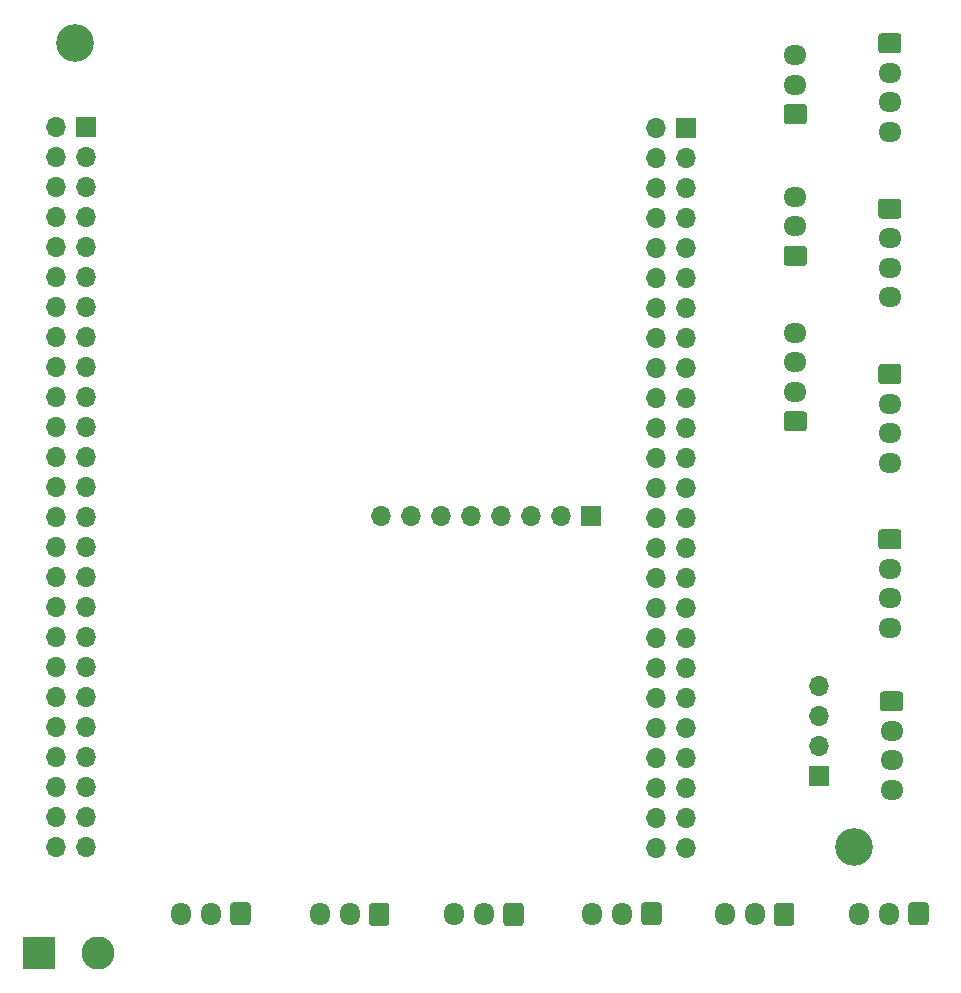
<source format=gbr>
%TF.GenerationSoftware,KiCad,Pcbnew,(5.1.10)-1*%
%TF.CreationDate,2022-05-23T20:20:45+03:00*%
%TF.ProjectId,SAUK-Y v1 STM32F4 Disc,5341554b-2d59-4207-9631-2053544d3332,rev?*%
%TF.SameCoordinates,Original*%
%TF.FileFunction,Soldermask,Bot*%
%TF.FilePolarity,Negative*%
%FSLAX46Y46*%
G04 Gerber Fmt 4.6, Leading zero omitted, Abs format (unit mm)*
G04 Created by KiCad (PCBNEW (5.1.10)-1) date 2022-05-23 20:20:45*
%MOMM*%
%LPD*%
G01*
G04 APERTURE LIST*
%ADD10O,1.950000X1.700000*%
%ADD11O,1.700000X1.950000*%
%ADD12C,2.800000*%
%ADD13R,2.800000X2.800000*%
%ADD14C,3.200000*%
%ADD15O,1.700000X1.700000*%
%ADD16R,1.700000X1.700000*%
G04 APERTURE END LIST*
%TO.C,OP_MOT_2*%
G36*
G01*
X239725000Y-83850000D02*
X238275000Y-83850000D01*
G75*
G02*
X238025000Y-83600000I0J250000D01*
G01*
X238025000Y-82400000D01*
G75*
G02*
X238275000Y-82150000I250000J0D01*
G01*
X239725000Y-82150000D01*
G75*
G02*
X239975000Y-82400000I0J-250000D01*
G01*
X239975000Y-83600000D01*
G75*
G02*
X239725000Y-83850000I-250000J0D01*
G01*
G37*
D10*
X239000000Y-80500000D03*
X239000000Y-78000000D03*
%TD*%
D11*
%TO.C,L_B1*%
X187024000Y-138684000D03*
X189524000Y-138684000D03*
G36*
G01*
X192874000Y-137959000D02*
X192874000Y-139409000D01*
G75*
G02*
X192624000Y-139659000I-250000J0D01*
G01*
X191424000Y-139659000D01*
G75*
G02*
X191174000Y-139409000I0J250000D01*
G01*
X191174000Y-137959000D01*
G75*
G02*
X191424000Y-137709000I250000J0D01*
G01*
X192624000Y-137709000D01*
G75*
G02*
X192874000Y-137959000I0J-250000D01*
G01*
G37*
%TD*%
%TO.C,A02YYUW-4*%
G36*
G01*
X246275000Y-92150000D02*
X247725000Y-92150000D01*
G75*
G02*
X247975000Y-92400000I0J-250000D01*
G01*
X247975000Y-93600000D01*
G75*
G02*
X247725000Y-93850000I-250000J0D01*
G01*
X246275000Y-93850000D01*
G75*
G02*
X246025000Y-93600000I0J250000D01*
G01*
X246025000Y-92400000D01*
G75*
G02*
X246275000Y-92150000I250000J0D01*
G01*
G37*
D10*
X247000000Y-95500000D03*
X247000000Y-98000000D03*
X247000000Y-100500000D03*
%TD*%
D12*
%TO.C,PWR1*%
X180000000Y-142000000D03*
D13*
X175000000Y-142000000D03*
%TD*%
D14*
%TO.C,REF\u002A\u002A*%
X244000000Y-133000000D03*
%TD*%
%TO.C,REF\u002A\u002A*%
X178000000Y-65000000D03*
%TD*%
D15*
%TO.C,D-SAG1*%
X227184000Y-133146000D03*
X229724000Y-133146000D03*
X227184000Y-130606000D03*
X229724000Y-130606000D03*
X227184000Y-128066000D03*
X229724000Y-128066000D03*
X227184000Y-125526000D03*
X229724000Y-125526000D03*
X227184000Y-122986000D03*
X229724000Y-122986000D03*
X227184000Y-120446000D03*
X229724000Y-120446000D03*
X227184000Y-117906000D03*
X229724000Y-117906000D03*
X227184000Y-115366000D03*
X229724000Y-115366000D03*
X227184000Y-112826000D03*
X229724000Y-112826000D03*
X227184000Y-110286000D03*
X229724000Y-110286000D03*
X227184000Y-107746000D03*
X229724000Y-107746000D03*
X227184000Y-105206000D03*
X229724000Y-105206000D03*
X227184000Y-102666000D03*
X229724000Y-102666000D03*
X227184000Y-100126000D03*
X229724000Y-100126000D03*
X227184000Y-97586000D03*
X229724000Y-97586000D03*
X227184000Y-95046000D03*
X229724000Y-95046000D03*
X227184000Y-92506000D03*
X229724000Y-92506000D03*
X227184000Y-89966000D03*
X229724000Y-89966000D03*
X227184000Y-87426000D03*
X229724000Y-87426000D03*
X227184000Y-84886000D03*
X229724000Y-84886000D03*
X227184000Y-82346000D03*
X229724000Y-82346000D03*
X227184000Y-79806000D03*
X229724000Y-79806000D03*
X227184000Y-77266000D03*
X229724000Y-77266000D03*
X227184000Y-74726000D03*
X229724000Y-74726000D03*
X227184000Y-72186000D03*
D16*
X229724000Y-72186000D03*
%TD*%
D15*
%TO.C,D-SOL1*%
X176424000Y-133066000D03*
X178964000Y-133066000D03*
X176424000Y-130526000D03*
X178964000Y-130526000D03*
X176424000Y-127986000D03*
X178964000Y-127986000D03*
X176424000Y-125446000D03*
X178964000Y-125446000D03*
X176424000Y-122906000D03*
X178964000Y-122906000D03*
X176424000Y-120366000D03*
X178964000Y-120366000D03*
X176424000Y-117826000D03*
X178964000Y-117826000D03*
X176424000Y-115286000D03*
X178964000Y-115286000D03*
X176424000Y-112746000D03*
X178964000Y-112746000D03*
X176424000Y-110206000D03*
X178964000Y-110206000D03*
X176424000Y-107666000D03*
X178964000Y-107666000D03*
X176424000Y-105126000D03*
X178964000Y-105126000D03*
X176424000Y-102586000D03*
X178964000Y-102586000D03*
X176424000Y-100046000D03*
X178964000Y-100046000D03*
X176424000Y-97506000D03*
X178964000Y-97506000D03*
X176424000Y-94966000D03*
X178964000Y-94966000D03*
X176424000Y-92426000D03*
X178964000Y-92426000D03*
X176424000Y-89886000D03*
X178964000Y-89886000D03*
X176424000Y-87346000D03*
X178964000Y-87346000D03*
X176424000Y-84806000D03*
X178964000Y-84806000D03*
X176424000Y-82266000D03*
X178964000Y-82266000D03*
X176424000Y-79726000D03*
X178964000Y-79726000D03*
X176424000Y-77186000D03*
X178964000Y-77186000D03*
X176424000Y-74646000D03*
X178964000Y-74646000D03*
X176424000Y-72106000D03*
D16*
X178964000Y-72106000D03*
%TD*%
D10*
%TO.C,M300*%
X247142000Y-128214000D03*
X247142000Y-125714000D03*
X247142000Y-123214000D03*
G36*
G01*
X246417000Y-119864000D02*
X247867000Y-119864000D01*
G75*
G02*
X248117000Y-120114000I0J-250000D01*
G01*
X248117000Y-121314000D01*
G75*
G02*
X247867000Y-121564000I-250000J0D01*
G01*
X246417000Y-121564000D01*
G75*
G02*
X246167000Y-121314000I0J250000D01*
G01*
X246167000Y-120114000D01*
G75*
G02*
X246417000Y-119864000I250000J0D01*
G01*
G37*
%TD*%
%TO.C,A02YYUW-3*%
X247000000Y-72500000D03*
X247000000Y-70000000D03*
X247000000Y-67500000D03*
G36*
G01*
X246275000Y-64150000D02*
X247725000Y-64150000D01*
G75*
G02*
X247975000Y-64400000I0J-250000D01*
G01*
X247975000Y-65600000D01*
G75*
G02*
X247725000Y-65850000I-250000J0D01*
G01*
X246275000Y-65850000D01*
G75*
G02*
X246025000Y-65600000I0J250000D01*
G01*
X246025000Y-64400000D01*
G75*
G02*
X246275000Y-64150000I250000J0D01*
G01*
G37*
%TD*%
D11*
%TO.C,L_V1*%
X198766000Y-138754000D03*
X201266000Y-138754000D03*
G36*
G01*
X204616000Y-138029000D02*
X204616000Y-139479000D01*
G75*
G02*
X204366000Y-139729000I-250000J0D01*
G01*
X203166000Y-139729000D01*
G75*
G02*
X202916000Y-139479000I0J250000D01*
G01*
X202916000Y-138029000D01*
G75*
G02*
X203166000Y-137779000I250000J0D01*
G01*
X204366000Y-137779000D01*
G75*
G02*
X204616000Y-138029000I0J-250000D01*
G01*
G37*
%TD*%
D10*
%TO.C,A02YYUW-2*%
X247000000Y-114500000D03*
X247000000Y-112000000D03*
X247000000Y-109500000D03*
G36*
G01*
X246275000Y-106150000D02*
X247725000Y-106150000D01*
G75*
G02*
X247975000Y-106400000I0J-250000D01*
G01*
X247975000Y-107600000D01*
G75*
G02*
X247725000Y-107850000I-250000J0D01*
G01*
X246275000Y-107850000D01*
G75*
G02*
X246025000Y-107600000I0J250000D01*
G01*
X246025000Y-106400000D01*
G75*
G02*
X246275000Y-106150000I250000J0D01*
G01*
G37*
%TD*%
%TO.C,A02YYUW-1*%
X247000000Y-86500000D03*
X247000000Y-84000000D03*
X247000000Y-81500000D03*
G36*
G01*
X246275000Y-78150000D02*
X247725000Y-78150000D01*
G75*
G02*
X247975000Y-78400000I0J-250000D01*
G01*
X247975000Y-79600000D01*
G75*
G02*
X247725000Y-79850000I-250000J0D01*
G01*
X246275000Y-79850000D01*
G75*
G02*
X246025000Y-79600000I0J250000D01*
G01*
X246025000Y-78400000D01*
G75*
G02*
X246275000Y-78150000I250000J0D01*
G01*
G37*
%TD*%
D11*
%TO.C,L_F1*%
X210138000Y-138754000D03*
X212638000Y-138754000D03*
G36*
G01*
X215988000Y-138029000D02*
X215988000Y-139479000D01*
G75*
G02*
X215738000Y-139729000I-250000J0D01*
G01*
X214538000Y-139729000D01*
G75*
G02*
X214288000Y-139479000I0J250000D01*
G01*
X214288000Y-138029000D01*
G75*
G02*
X214538000Y-137779000I250000J0D01*
G01*
X215738000Y-137779000D01*
G75*
G02*
X215988000Y-138029000I0J-250000D01*
G01*
G37*
%TD*%
%TO.C,R_F1*%
X221822000Y-138684000D03*
X224322000Y-138684000D03*
G36*
G01*
X227672000Y-137959000D02*
X227672000Y-139409000D01*
G75*
G02*
X227422000Y-139659000I-250000J0D01*
G01*
X226222000Y-139659000D01*
G75*
G02*
X225972000Y-139409000I0J250000D01*
G01*
X225972000Y-137959000D01*
G75*
G02*
X226222000Y-137709000I250000J0D01*
G01*
X227422000Y-137709000D01*
G75*
G02*
X227672000Y-137959000I0J-250000D01*
G01*
G37*
%TD*%
%TO.C,R_V1*%
X233056000Y-138754000D03*
X235556000Y-138754000D03*
G36*
G01*
X238906000Y-138029000D02*
X238906000Y-139479000D01*
G75*
G02*
X238656000Y-139729000I-250000J0D01*
G01*
X237456000Y-139729000D01*
G75*
G02*
X237206000Y-139479000I0J250000D01*
G01*
X237206000Y-138029000D01*
G75*
G02*
X237456000Y-137779000I250000J0D01*
G01*
X238656000Y-137779000D01*
G75*
G02*
X238906000Y-138029000I0J-250000D01*
G01*
G37*
%TD*%
%TO.C,R_B1*%
X244428000Y-138684000D03*
X246928000Y-138684000D03*
G36*
G01*
X250278000Y-137959000D02*
X250278000Y-139409000D01*
G75*
G02*
X250028000Y-139659000I-250000J0D01*
G01*
X248828000Y-139659000D01*
G75*
G02*
X248578000Y-139409000I0J250000D01*
G01*
X248578000Y-137959000D01*
G75*
G02*
X248828000Y-137709000I250000J0D01*
G01*
X250028000Y-137709000D01*
G75*
G02*
X250278000Y-137959000I0J-250000D01*
G01*
G37*
%TD*%
%TO.C,OPS-I2C1*%
G36*
G01*
X239725000Y-97850000D02*
X238275000Y-97850000D01*
G75*
G02*
X238025000Y-97600000I0J250000D01*
G01*
X238025000Y-96400000D01*
G75*
G02*
X238275000Y-96150000I250000J0D01*
G01*
X239725000Y-96150000D01*
G75*
G02*
X239975000Y-96400000I0J-250000D01*
G01*
X239975000Y-97600000D01*
G75*
G02*
X239725000Y-97850000I-250000J0D01*
G01*
G37*
D10*
X239000000Y-94500000D03*
X239000000Y-92000000D03*
X239000000Y-89500000D03*
%TD*%
%TO.C,OP_MOT_1*%
X239000000Y-66000000D03*
X239000000Y-68500000D03*
G36*
G01*
X239725000Y-71850000D02*
X238275000Y-71850000D01*
G75*
G02*
X238025000Y-71600000I0J250000D01*
G01*
X238025000Y-70400000D01*
G75*
G02*
X238275000Y-70150000I250000J0D01*
G01*
X239725000Y-70150000D01*
G75*
G02*
X239975000Y-70400000I0J-250000D01*
G01*
X239975000Y-71600000D01*
G75*
G02*
X239725000Y-71850000I-250000J0D01*
G01*
G37*
%TD*%
D16*
%TO.C,TTL1*%
X241000000Y-127000000D03*
D15*
X241000000Y-124460000D03*
X241000000Y-121920000D03*
X241000000Y-119380000D03*
%TD*%
D16*
%TO.C,MPU1*%
X221700000Y-105000000D03*
D15*
X219160000Y-105000000D03*
X216620000Y-105000000D03*
X214080000Y-105000000D03*
X211540000Y-105000000D03*
X209000000Y-105000000D03*
X206460000Y-105000000D03*
X203920000Y-105000000D03*
%TD*%
M02*

</source>
